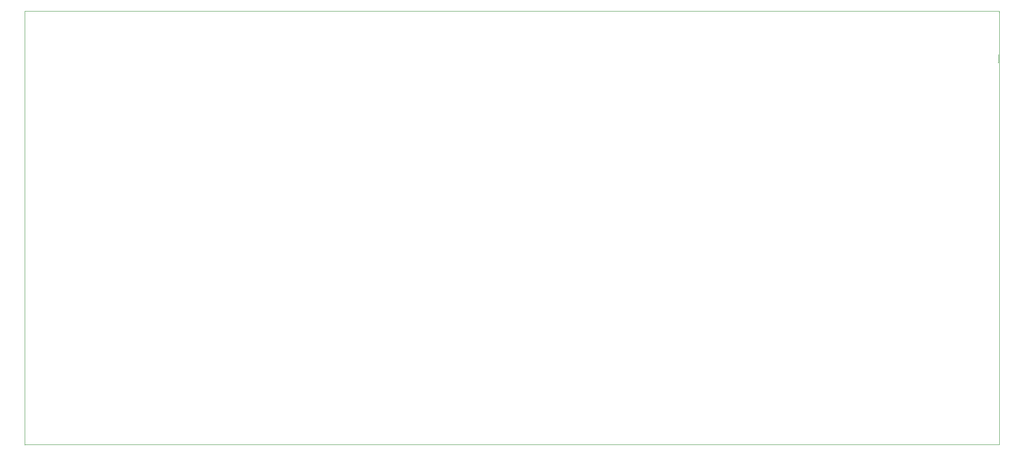
<source format=gbr>
G04 #@! TF.FileFunction,Profile,NP*
%FSLAX46Y46*%
G04 Gerber Fmt 4.6, Leading zero omitted, Abs format (unit mm)*
G04 Created by KiCad (PCBNEW 0.201504261001+5623~23~ubuntu15.04.1-product) date Mon 22 Jun 2015 11:18:23 PM ART*
%MOMM*%
G01*
G04 APERTURE LIST*
%ADD10C,0.100000*%
G04 APERTURE END LIST*
D10*
X232180300Y-24168600D02*
X232193000Y-24168600D01*
X232180300Y-23927300D02*
X232180300Y-24168600D01*
X232142200Y-23889200D02*
X232180300Y-23927300D01*
X38543400Y-23889200D02*
X232142200Y-23889200D01*
X38543400Y-24270200D02*
X38543400Y-23889200D01*
X38530700Y-110033300D02*
X38530700Y-110007900D01*
X232180300Y-110033300D02*
X38530700Y-110033300D01*
X232180300Y-24143200D02*
X232129500Y-24143200D01*
X232180300Y-110058700D02*
X232180300Y-24143200D01*
X38543400Y-24270200D02*
X38543400Y-110134900D01*
X232000000Y-34100000D02*
X231950000Y-34100000D01*
X232000000Y-32500000D02*
X232000000Y-34100000D01*
M02*

</source>
